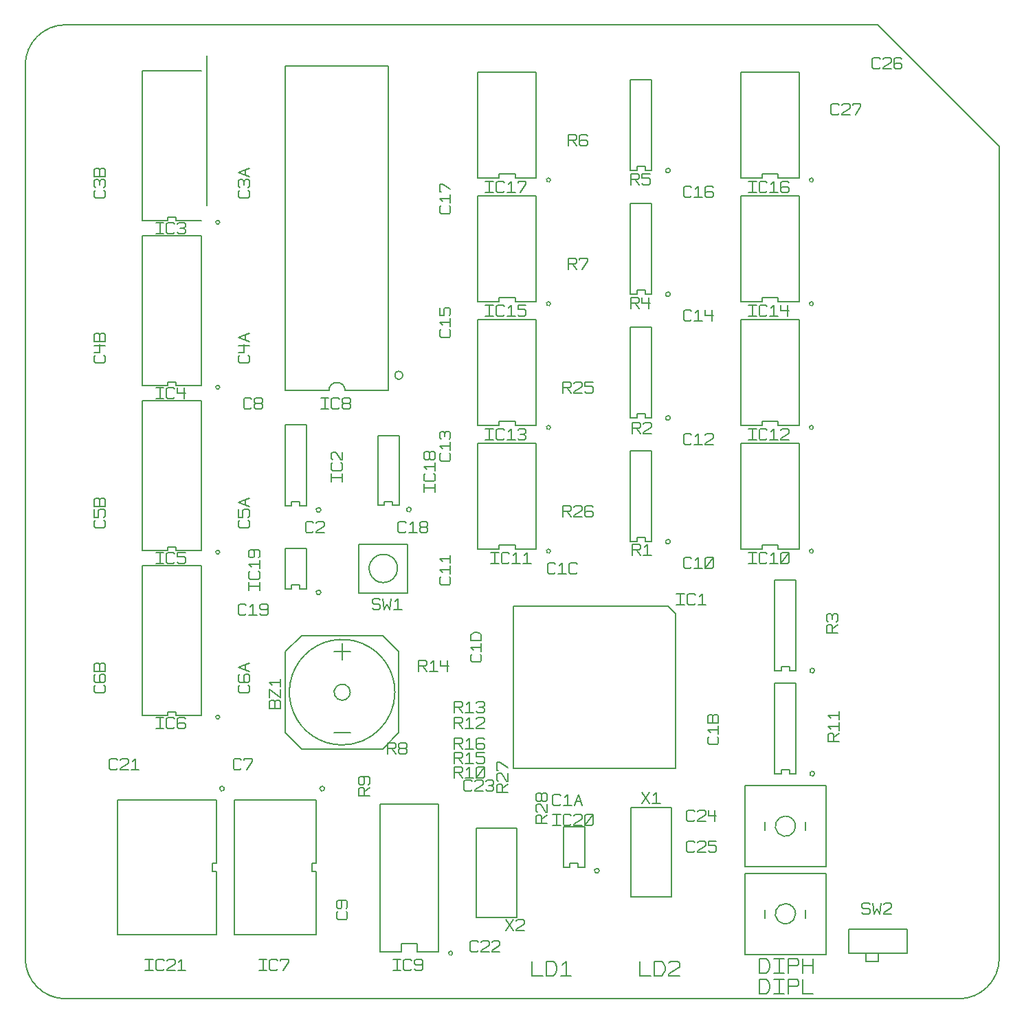
<source format=gbr>
G04 Generated by UcamX v1.1.0-140320 on 2014.6.05*
G04 Gerber PCB Data - Example 1, created by Filip Vermeire*
G04 Ucamco copyright*
%FSLAX35Y35*%
%MOMM*%
%TF.FileFunction,Legend,Top*%
%TF.Part,Single*%
%ADD10C,0.20000*%
%SRX1Y1I0.00000J0.00000*%
G01*
G75*
%LPD*%
D10*
X3404499Y4475498D02*
X4404497D01*
X4602498Y4277497D01*
Y3277499D01*
X4404497Y3079499D01*
X3404499D01*
X3206499Y3277499D01*
Y4277497D01*
X3404499Y4475498D01*
X4554500Y3777498D02*
G2X3904498Y3127496I-650002J0D01*
G2X4554500Y3777498I0J650002D01*
G1X3804499Y3277499D02*
X4004498D01*
X4004498Y3777498D02*
G2X3904498Y3677498I-100000J0D01*
G2X4004498Y3777498I0J100000D01*
G1X3804499Y4277497D02*
X4004498D01*
X3904498Y4377500D02*
Y4177498D01*
X9865497Y1626499D02*
X8865499D01*
X9365498Y2251499D02*
G2X9490499Y2126498I0J-125001D01*
G2X9365498Y2251499I-125001J0D01*
G1X9865497Y2626497D02*
X8865499D01*
X9865497Y546999D02*
X8865499D01*
X9365498Y1171999D02*
G2X9490499Y1046998I0J-125001D01*
G2X9365498Y1171999I-125001J0D01*
G1X9865497Y1546997D02*
X8865499D01*
X6015998Y4840999D02*
X7915999D01*
X8015999Y4740999D01*
Y2840998D01*
X6015998D01*
Y4840999D01*
X9684997Y5538999D02*
G2X9709996Y5514000I0J-24999D01*
G2X9684997Y5538999I-24999J0D01*
G1X9274998Y5540500D02*
Y5590500D01*
X9074999D01*
Y5540500D01*
X8814999D01*
Y6840497D01*
X9534998D01*
Y5540500D01*
X9274998D01*
X6446497Y5538999D02*
G2X6471496Y5514000I0J-24999D01*
G2X6446497Y5538999I-24999J0D01*
G1X6036498Y5540500D02*
Y5590500D01*
X5836499D01*
Y5540500D01*
X5576499D01*
Y6840497D01*
X6296498D01*
Y5540500D01*
X6036498D01*
X9684997Y7062999D02*
G2X9709999Y7037997I0J-25002D01*
G2X9684997Y7062999I-25002J0D01*
G1X9274998Y7064497D02*
Y7114497D01*
X9074999D01*
Y7064497D01*
X8814999D01*
Y8364497D01*
X9534998D01*
Y7064497D01*
X9274998D01*
X6446497Y7062999D02*
G2X6471499Y7037997I0J-25002D01*
G2X6446497Y7062999I-25002J0D01*
G1X6036498Y7064497D02*
Y7114497D01*
X5836499D01*
Y7064497D01*
X5576499D01*
Y8364497D01*
X6296498D01*
Y7064497D01*
X6036498D01*
X9684997Y8586999D02*
G2X9709999Y8561997I0J-25002D01*
G2X9684997Y8586999I-25002J0D01*
G1X9274998Y8588497D02*
Y8638497D01*
X9074999D01*
Y8588497D01*
X8814999D01*
Y9888497D01*
X9534998D01*
Y8588497D01*
X9274998D01*
X6446497Y8586999D02*
G2X6471499Y8561997I0J-25002D01*
G2X6446497Y8586999I-25002J0D01*
G1X6036498Y8588497D02*
Y8638497D01*
X5836499D01*
Y8588497D01*
X5576499D01*
Y9888497D01*
X6296498D01*
Y8588497D01*
X6036498D01*
X9684997Y10110999D02*
G2X9709999Y10085997I0J-25002D01*
G2X9684997Y10110999I-25002J0D01*
G1X9274998Y10112497D02*
Y10162497D01*
X9074999D01*
Y10112497D01*
X8814999D01*
Y11412497D01*
X9534998D01*
Y10112497D01*
X9274998D01*
X6446497Y10110999D02*
G2X6471499Y10085997I0J-25002D01*
G2X6446497Y10110999I-25002J0D01*
G1X6036498Y10112497D02*
Y10162497D01*
X5836499D01*
Y10112497D01*
X5576499D01*
Y11412497D01*
X6296498D01*
Y10112497D01*
X6036498D01*
X4725998Y6056999D02*
G2X4755998Y6026999I0J-30000D01*
G2X4725998Y6056999I-30000J0D01*
G1X4525998Y6127999D02*
Y6077999D01*
X4605998D01*
Y6937998D01*
X4345999D01*
Y6077999D01*
X4425999D01*
Y6127999D01*
X4525998D01*
X3612998Y5036000D02*
G2X3642998Y5006000I0J-30000D01*
G2X3612998Y5036000I-30000J0D01*
G1X3382998Y5051499D02*
Y5101499D01*
X3282999D01*
Y5051499D01*
X3202999D01*
Y5551498D01*
X3462998D01*
Y5051499D01*
X3382998D01*
X3612998Y6051997D02*
G2X3642998Y6021997I0J-30000D01*
G2X3612998Y6051997I-30000J0D01*
G1X3382998Y6121499D02*
X3282999D01*
Y6071499D01*
X3202999D01*
Y7071497D01*
X3462998D01*
Y6071499D01*
X3382998D01*
Y6121499D01*
X7041998Y1607000D02*
G2X7071998Y1577000I0J-30000D01*
G2X7041998Y1607000I-30000J0D01*
G1X6811998Y1622499D02*
Y1672499D01*
X6711999D01*
Y1622499D01*
X6631999D01*
Y2122498D01*
X6891998D01*
Y1622499D01*
X6811998D01*
X2395500Y2588499D02*
G2X2425500Y2618499I30000J0D01*
G2X2395500Y2588499I0J-30000D01*
G1X2355500Y788498D02*
X1135500D01*
Y2448499D01*
X2355500D01*
Y1668498D01*
X2305500D01*
Y1568499D01*
X2355500D01*
Y788498D01*
X2371499Y9590997D02*
G2X2396498Y9565998I0J-24999D01*
G2X2371499Y9590997I-24999J0D01*
G1X1443998Y9583499D02*
Y11433498D01*
X2173999D01*
X2234337Y11620338D02*
Y9770339D01*
X2173999Y9583499D02*
X1858998D01*
Y9633499D01*
X1758999D01*
Y9583499D01*
X1443998D01*
X2371499Y7558997D02*
G2X2396498Y7533998I0J-24999D01*
G2X2371499Y7558997I-24999J0D01*
G1X1443998Y7551499D02*
Y9401498D01*
X2173999D01*
Y7551499D01*
X1858998D01*
Y7601499D01*
X1758999D01*
Y7551499D01*
X1443998D01*
X2371499Y5527000D02*
G2X2396501Y5501998I0J-25002D01*
G2X2371499Y5527000I-25002J0D01*
G1X1443998Y5519499D02*
Y7369498D01*
X2173999D01*
Y5519499D01*
X1858998D01*
Y5569499D01*
X1758999D01*
Y5519499D01*
X1443998D01*
X2371499Y3495000D02*
G2X2396501Y3469998I0J-25002D01*
G2X2371499Y3495000I-25002J0D01*
G1X1443998Y3487499D02*
Y5337498D01*
X2173999D01*
Y3487499D01*
X1858998D01*
Y3537499D01*
X1758999D01*
Y3487499D01*
X1443998D01*
X3629000Y2588499D02*
G2X3659000Y2618499I30000J0D01*
G2X3629000Y2588499I0J-30000D01*
G1X3583999Y1668498D02*
X3533999D01*
Y1568499D01*
X3583999D01*
Y788498D01*
X2573998D01*
Y2448499D01*
X3583999D01*
Y1668498D01*
X4475998Y11492497D02*
Y7492497D01*
X3940998D01*
G3X3740999Y7492497I-100000J0D01*
G1X3205998D01*
Y11492497D01*
X4475998D01*
X4602998Y7731499D02*
G2X4652998Y7681499I0J-50000D01*
G2X4602998Y7731499I-50000J0D01*
G1X5240000Y585999D02*
G2X5264999Y561000I0J-24999D01*
G2X5240000Y585999I-24999J0D01*
G1X4629999Y581498D02*
X4369999D01*
Y2401499D01*
X5089998D01*
Y581498D01*
X4829998D01*
Y681497D01*
X4629999D01*
Y581498D01*
X7917498Y5660499D02*
G2X7947497Y5630500I0J-29999D01*
G2X7917498Y5660499I-29999J0D01*
G1X7537499Y5630500D02*
X7457499D01*
Y6750497D01*
X7717498D01*
Y5630500D01*
X7637498D01*
Y5680499D01*
X7537499D01*
Y5630500D01*
X9695498Y2802999D02*
G2X9725497Y2773000I0J-29999D01*
G2X9695498Y2802999I-29999J0D01*
G1X9315499Y2773000D02*
X9235499D01*
Y3893000D01*
X9495498D01*
Y2773000D01*
X9415498D01*
Y2822999D01*
X9315499D01*
Y2773000D01*
X7917498Y7184497D02*
G2X7947498Y7154497I0J-30000D01*
G2X7917498Y7184497I-30000J0D01*
G1X7537499Y7154497D02*
X7457499D01*
Y8274497D01*
X7717498D01*
Y7154497D01*
X7637498D01*
Y7204497D01*
X7537499D01*
Y7154497D01*
X9695498Y4072999D02*
G2X9725497Y4043000I0J-29999D01*
G2X9695498Y4072999I-29999J0D01*
G1X9315499Y4043000D02*
X9235499D01*
Y5163000D01*
X9495498D01*
Y4043000D01*
X9415498D01*
Y4092999D01*
X9315499D01*
Y4043000D01*
X7917498Y8708497D02*
G2X7947498Y8678497I0J-30000D01*
G2X7917498Y8708497I-30000J0D01*
G1X7537499Y8678497D02*
X7457499D01*
Y9798497D01*
X7717498D01*
Y8678497D01*
X7637498D01*
Y8728497D01*
X7537499D01*
Y8678497D01*
X7917498Y10232497D02*
G2X7947498Y10202497I0J-30000D01*
G2X7917498Y10232497I-30000J0D01*
G1X7537499Y10202497D02*
X7457499D01*
Y11322497D01*
X7717498D01*
Y10202497D01*
X7637498D01*
Y10252497D01*
X7537499D01*
Y10202497D01*
X4112499Y5001499D02*
Y5601498D01*
X4712498D01*
Y5001499D01*
X4112499D01*
X4587499Y5301498D02*
G2X4412498Y5126497I-175001J0D01*
G2X4587499Y5301498I0J175001D01*
G1X10868498Y859999D02*
Y559999D01*
X10148499D01*
Y859999D01*
X10508498Y559999D02*
Y459999D01*
X10358499D01*
Y559999D01*
X10508498D01*
X7964498Y2359000D02*
X7464499D01*
X7964498Y1259000D02*
X7464499D01*
X6059498Y2105000D02*
X5559499D01*
X6059498Y1005000D02*
X5559499D01*
X10148500Y860000D02*
X10868500D01*
X9865500Y2626500D02*
Y1626500D01*
X8865500Y2626500D02*
Y1626500D01*
X8865500Y1547000D02*
Y547000D01*
X9865500Y1547000D02*
Y547000D01*
X5559500Y2105000D02*
Y1005000D01*
X6059500Y2105000D02*
Y1005000D01*
X7464500Y2359000D02*
Y1259000D01*
X7964500Y2359000D02*
Y1259000D01*
X3142498Y3577971D02*
X3009479D01*
Y3660046D01*
X3026461Y3677026D01*
X3060423D01*
X3075989Y3660046D01*
X3092971Y3677026D01*
X3126933D01*
X3142498Y3660046D01*
Y3577971D01*
X3075989Y3577971D02*
Y3660046D01*
X3009479Y3710989D02*
Y3810046D01*
X3142498Y3710989D01*
Y3810046D01*
X3142498Y3844008D02*
Y3943066D01*
X3142498Y3893536D02*
X3009479D01*
X3043441Y3859573D01*
X8210926Y5317064D02*
X8193946Y5301498D01*
X8127436D01*
X8111871Y5317064D01*
Y5417536D01*
X8127436Y5434518D01*
X8193946D01*
X8210926Y5417536D01*
X8244889Y5301498D02*
X8343946D01*
X8294416Y5301498D02*
Y5434518D01*
X8260454Y5400556D01*
X8377908Y5317064D02*
Y5417536D01*
X8393473Y5434518D01*
X8459983D01*
X8476963Y5417536D01*
Y5317064D01*
X8459983Y5301498D01*
X8393473D01*
X8377908Y5317064D01*
X8377908Y5301498D02*
X8476963Y5434518D01*
X5222433Y5201026D02*
X5237998Y5184046D01*
Y5117536D01*
X5222433Y5101971D01*
X5121961D01*
X5104979Y5117536D01*
Y5184046D01*
X5121961Y5201026D01*
X5237998Y5234989D02*
Y5334046D01*
X5237998Y5284519D02*
X5104979D01*
X5138941Y5250556D01*
X5237998Y5368008D02*
Y5467066D01*
X5237998Y5417536D02*
X5104979D01*
X5138941Y5383573D01*
X8210926Y6841064D02*
X8193946Y6825498D01*
X8127436D01*
X8111871Y6841064D01*
Y6941536D01*
X8127436Y6958518D01*
X8193946D01*
X8210926Y6941536D01*
X8244889Y6825498D02*
X8343946D01*
X8294416Y6825498D02*
Y6958518D01*
X8260454Y6924556D01*
X8377908Y6941536D02*
X8393473Y6958518D01*
X8459983D01*
X8476963Y6941536D01*
Y6907573D01*
X8459983Y6892008D01*
X8377908Y6841064D01*
Y6825498D01*
X8476963D01*
X5222433Y6725026D02*
X5237998Y6708046D01*
Y6641536D01*
X5222433Y6625971D01*
X5121961D01*
X5104979Y6641536D01*
Y6708046D01*
X5121961Y6725026D01*
X5237998Y6758989D02*
Y6858046D01*
X5237998Y6808516D02*
X5104979D01*
X5138941Y6774554D01*
X5121961Y6892008D02*
X5104979Y6907573D01*
Y6974083D01*
X5121961Y6991063D01*
X5155923D01*
X5171489Y6958518D01*
X5188471Y6991063D01*
X5222433D01*
X5237998Y6974083D01*
Y6907573D01*
X5222433Y6892008D01*
X5171489Y6924556D02*
Y6958518D01*
X8210926Y8365064D02*
X8193946Y8349498D01*
X8127436D01*
X8111871Y8365064D01*
Y8465536D01*
X8127436Y8482518D01*
X8193946D01*
X8210926Y8465536D01*
X8244889Y8349498D02*
X8343946D01*
X8294416Y8349498D02*
Y8482518D01*
X8260454Y8448556D01*
X8377908Y8482518D02*
Y8416008D01*
X8476963D01*
X8459983Y8482518D02*
Y8349498D01*
X5222433Y8249026D02*
X5237998Y8232046D01*
Y8165536D01*
X5222433Y8149971D01*
X5121961D01*
X5104979Y8165536D01*
Y8232046D01*
X5121961Y8249026D01*
X5237998Y8282989D02*
Y8382046D01*
X5237998Y8332516D02*
X5104979D01*
X5138941Y8298554D01*
X5222433Y8416008D02*
X5237998Y8431573D01*
Y8498083D01*
X5222433Y8515063D01*
X5171489D01*
X5155923Y8498083D01*
Y8416008D01*
X5104979D01*
Y8515063D01*
X8210926Y9889064D02*
X8193946Y9873498D01*
X8127436D01*
X8111871Y9889064D01*
Y9989536D01*
X8127436Y10006518D01*
X8193946D01*
X8210926Y9989536D01*
X8244889Y9873498D02*
X8343946D01*
X8294416Y9873498D02*
Y10006518D01*
X8260454Y9972556D01*
X8476963Y9989536D02*
X8459983Y10006518D01*
X8393473D01*
X8377908Y9989536D01*
Y9889064D01*
X8393473Y9873498D01*
X8459983D01*
X8476963Y9889064D01*
Y9923026D01*
X8459983Y9940008D01*
X8393473D01*
X8377908Y9923026D01*
X5222433Y9773026D02*
X5237998Y9756046D01*
Y9689536D01*
X5222433Y9673971D01*
X5121961D01*
X5104979Y9689536D01*
Y9756046D01*
X5121961Y9773026D01*
X5237998Y9806989D02*
Y9906046D01*
X5237998Y9856516D02*
X5104979D01*
X5138941Y9822554D01*
X5121961Y9940008D02*
X5104979D01*
Y10039063D01*
X5138941D01*
X5237998Y9972556D01*
X4693026Y5761564D02*
X4676046Y5745998D01*
X4609536D01*
X4593971Y5761564D01*
Y5862036D01*
X4609536Y5879018D01*
X4676046D01*
X4693026Y5862036D01*
X4726989Y5745998D02*
X4826046D01*
X4776519Y5745998D02*
Y5879018D01*
X4742556Y5845056D01*
X4875573Y5812508D02*
X4860008Y5795526D01*
Y5761564D01*
X4875573Y5745998D01*
X4942083D01*
X4959066Y5761564D01*
Y5795526D01*
X4942083Y5812508D01*
X4875573D01*
X4860008Y5828073D01*
Y5862036D01*
X4875573Y5879018D01*
X4942083D01*
X4959066Y5862036D01*
Y5828073D01*
X4942083Y5812508D01*
X2724526Y4745564D02*
X2707546Y4729998D01*
X2641036D01*
X2625471Y4745564D01*
Y4846036D01*
X2641036Y4863018D01*
X2707546D01*
X2724526Y4846036D01*
X2758489Y4729998D02*
X2857546D01*
X2808019Y4729998D02*
Y4863018D01*
X2774056Y4829056D01*
X2891508Y4745564D02*
X2907073Y4729998D01*
X2973583D01*
X2990566Y4745564D01*
Y4846036D01*
X2973583Y4863018D01*
X2907073D01*
X2891508Y4846036D01*
Y4812073D01*
X2907073Y4796508D01*
X2973583D01*
X2990566Y4812073D01*
X6598026Y2396064D02*
X6581046Y2380498D01*
X6514536D01*
X6498971Y2396064D01*
Y2496536D01*
X6514536Y2513518D01*
X6581046D01*
X6598026Y2496536D01*
X6631989Y2380498D02*
X6731046D01*
X6681516Y2380498D02*
Y2513518D01*
X6647554Y2479556D01*
X6765008Y2380498D02*
X6780573Y2430026D01*
X6814536Y2513518D01*
X6847083Y2430026D01*
X6864063Y2380498D01*
X6847083Y2430026D02*
X6780573D01*
X8524433Y3232526D02*
X8539998Y3215546D01*
Y3149036D01*
X8524433Y3133471D01*
X8423961D01*
X8406979Y3149036D01*
Y3215546D01*
X8423961Y3232526D01*
X8539998Y3266489D02*
Y3365546D01*
X8539998Y3316019D02*
X8406979D01*
X8440941Y3282056D01*
X8539998Y3399508D02*
X8406979D01*
Y3481583D01*
X8423961Y3498566D01*
X8457923D01*
X8473489Y3481583D01*
X8490471Y3498566D01*
X8524433D01*
X8539998Y3481583D01*
Y3399508D01*
X8473489Y3399508D02*
Y3481583D01*
X6534526Y5253564D02*
X6517546Y5237998D01*
X6451036D01*
X6435471Y5253564D01*
Y5354036D01*
X6451036Y5371018D01*
X6517546D01*
X6534526Y5354036D01*
X6568489Y5237998D02*
X6667546D01*
X6618016Y5237998D02*
Y5371018D01*
X6584054Y5337056D01*
X6800563Y5253564D02*
X6783583Y5237998D01*
X6717073D01*
X6701508Y5253564D01*
Y5354036D01*
X6717073Y5371018D01*
X6783583D01*
X6800563Y5354036D01*
X5603433Y4248526D02*
X5618998Y4231546D01*
Y4165036D01*
X5603433Y4149471D01*
X5502961D01*
X5485979Y4165036D01*
Y4231546D01*
X5502961Y4248526D01*
X5618998Y4282489D02*
Y4381546D01*
X5618998Y4332019D02*
X5485979D01*
X5519941Y4298056D01*
X5618998Y4415508D02*
X5485979D01*
Y4482018D01*
X5502961Y4497583D01*
X5536923Y4514566D01*
X5569471D01*
X5603433Y4497583D01*
X5618998Y4482018D01*
Y4415508D01*
X3553036Y5761564D02*
X3536056Y5745998D01*
X3469546D01*
X3453979Y5761564D01*
Y5862036D01*
X3469546Y5879018D01*
X3536056D01*
X3553036Y5862036D01*
X3586998Y5862036D02*
X3602564Y5879018D01*
X3669073D01*
X3686056Y5862036D01*
Y5828073D01*
X3669073Y5812508D01*
X3586998Y5761564D01*
Y5745998D01*
X3686056D01*
X1137026Y2840564D02*
X1120046Y2824998D01*
X1053536D01*
X1037971Y2840564D01*
Y2941036D01*
X1053536Y2958018D01*
X1120046D01*
X1137026Y2941036D01*
X1170989Y2941036D02*
X1186556Y2958018D01*
X1253064D01*
X1270046Y2941036D01*
Y2907073D01*
X1253064Y2891508D01*
X1170989Y2840564D01*
Y2824998D01*
X1270046D01*
X1304008Y2824998D02*
X1403066D01*
X1353536Y2824998D02*
Y2958018D01*
X1319573Y2924056D01*
X5582026Y592664D02*
X5565046Y577098D01*
X5498536D01*
X5482971Y592664D01*
Y693136D01*
X5498536Y710118D01*
X5565046D01*
X5582026Y693136D01*
X5615989Y693136D02*
X5631556Y710118D01*
X5698064D01*
X5715046Y693136D01*
Y659173D01*
X5698064Y643608D01*
X5615989Y592664D01*
Y577098D01*
X5715046D01*
X5749008Y693136D02*
X5764573Y710118D01*
X5831083D01*
X5848066Y693136D01*
Y659173D01*
X5831083Y643608D01*
X5749008Y592664D01*
Y577098D01*
X5848066D01*
X5505826Y2573864D02*
X5488846Y2558298D01*
X5422336D01*
X5406771Y2573864D01*
Y2674336D01*
X5422336Y2691318D01*
X5488846D01*
X5505826Y2674336D01*
X5539789Y2674336D02*
X5555356Y2691318D01*
X5621864D01*
X5638846Y2674336D01*
Y2640373D01*
X5621864Y2624808D01*
X5539789Y2573864D01*
Y2558298D01*
X5638846D01*
X5672808Y2674336D02*
X5688373Y2691318D01*
X5754883D01*
X5771866Y2674336D01*
Y2640373D01*
X5739318Y2624808D01*
X5771866Y2607826D01*
Y2573864D01*
X5754883Y2558298D01*
X5688373D01*
X5672808Y2573864D01*
X5705356Y2624808D02*
X5739318D01*
X8249026Y2205564D02*
X8232046Y2189998D01*
X8165536D01*
X8149971Y2205564D01*
Y2306036D01*
X8165536Y2323018D01*
X8232046D01*
X8249026Y2306036D01*
X8282989Y2306036D02*
X8298554Y2323018D01*
X8365064D01*
X8382046Y2306036D01*
Y2272073D01*
X8365064Y2256508D01*
X8282989Y2205564D01*
Y2189998D01*
X8382046D01*
X8416008Y2323018D02*
Y2256508D01*
X8515063D01*
X8498083Y2323018D02*
Y2189998D01*
X8249026Y1824564D02*
X8232046Y1808998D01*
X8165536D01*
X8149971Y1824564D01*
Y1925036D01*
X8165536Y1942018D01*
X8232046D01*
X8249026Y1925036D01*
X8282989Y1925036D02*
X8298554Y1942018D01*
X8365064D01*
X8382046Y1925036D01*
Y1891073D01*
X8365064Y1875508D01*
X8282989Y1824564D01*
Y1808998D01*
X8382046D01*
X8416008Y1824564D02*
X8431573Y1808998D01*
X8498083D01*
X8515063Y1824564D01*
Y1875508D01*
X8498083Y1891073D01*
X8416008D01*
Y1942018D01*
X8515063D01*
X10535026Y11476564D02*
X10518046Y11460998D01*
X10451536D01*
X10435971Y11476564D01*
Y11577036D01*
X10451536Y11594018D01*
X10518046D01*
X10535026Y11577036D01*
X10568989Y11577036D02*
X10584554Y11594018D01*
X10651064D01*
X10668046Y11577036D01*
Y11543073D01*
X10651064Y11527508D01*
X10568989Y11476564D01*
Y11460998D01*
X10668046D01*
X10801063Y11577036D02*
X10784083Y11594018D01*
X10717573D01*
X10702008Y11577036D01*
Y11476564D01*
X10717573Y11460998D01*
X10784083D01*
X10801063Y11476564D01*
Y11510526D01*
X10784083Y11527508D01*
X10717573D01*
X10702008Y11510526D01*
X10027026Y10905064D02*
X10010046Y10889498D01*
X9943536D01*
X9927971Y10905064D01*
Y11005536D01*
X9943536Y11022518D01*
X10010046D01*
X10027026Y11005536D01*
X10060989Y11005536D02*
X10076554Y11022518D01*
X10143064D01*
X10160046Y11005536D01*
Y10971573D01*
X10143064Y10956008D01*
X10060989Y10905064D01*
Y10889498D01*
X10160046D01*
X10194008Y11005536D02*
Y11022518D01*
X10293063D01*
Y10988556D01*
X10226556Y10889498D01*
X2745933Y9963526D02*
X2761498Y9946546D01*
Y9880036D01*
X2745933Y9864471D01*
X2645461D01*
X2628479Y9880036D01*
Y9946546D01*
X2645461Y9963526D01*
X2645461Y9997489D02*
X2628479Y10013054D01*
Y10079564D01*
X2645461Y10096546D01*
X2679423D01*
X2694989Y10063998D01*
X2711971Y10096546D01*
X2745933D01*
X2761498Y10079564D01*
Y10013054D01*
X2745933Y9997489D01*
X2694989Y10030036D02*
Y10063998D01*
X2761498Y10130508D02*
X2711971Y10146073D01*
X2628479Y10180036D01*
X2711971Y10212583D01*
X2761498Y10229563D01*
X2711971Y10212583D02*
Y10146073D01*
X967933Y9963526D02*
X983498Y9946546D01*
Y9880036D01*
X967933Y9864471D01*
X867461D01*
X850479Y9880036D01*
Y9946546D01*
X867461Y9963526D01*
X867461Y9997489D02*
X850479Y10013054D01*
Y10079564D01*
X867461Y10096546D01*
X901423D01*
X916989Y10063998D01*
X933971Y10096546D01*
X967933D01*
X983498Y10079564D01*
Y10013054D01*
X967933Y9997489D01*
X916989Y10030036D02*
Y10063998D01*
X983498Y10130508D02*
X850479D01*
Y10212583D01*
X867461Y10229563D01*
X901423D01*
X916989Y10212583D01*
X933971Y10229563D01*
X967933D01*
X983498Y10212583D01*
Y10130508D01*
X916989Y10130508D02*
Y10212583D01*
X2745933Y7931526D02*
X2761498Y7914546D01*
Y7848036D01*
X2745933Y7832471D01*
X2645461D01*
X2628479Y7848036D01*
Y7914546D01*
X2645461Y7931526D01*
X2628479Y7965489D02*
X2694989D01*
Y8064546D01*
X2628479Y8047564D02*
X2761498D01*
X2761498Y8098508D02*
X2711971Y8114073D01*
X2628479Y8148036D01*
X2711971Y8180583D01*
X2761498Y8197563D01*
X2711971Y8180583D02*
Y8114073D01*
X967933Y7931526D02*
X983498Y7914546D01*
Y7848036D01*
X967933Y7832471D01*
X867461D01*
X850479Y7848036D01*
Y7914546D01*
X867461Y7931526D01*
X850479Y7965489D02*
X916989D01*
Y8064546D01*
X850479Y8047564D02*
X983498D01*
X983498Y8098508D02*
X850479D01*
Y8180583D01*
X867461Y8197563D01*
X901423D01*
X916989Y8180583D01*
X933971Y8197563D01*
X967933D01*
X983498Y8180583D01*
Y8098508D01*
X916989Y8098508D02*
Y8180583D01*
X2745933Y5899526D02*
X2761498Y5882546D01*
Y5816036D01*
X2745933Y5800471D01*
X2645461D01*
X2628479Y5816036D01*
Y5882546D01*
X2645461Y5899526D01*
X2745933Y5933489D02*
X2761498Y5949056D01*
Y6015564D01*
X2745933Y6032546D01*
X2694989D01*
X2679423Y6015564D01*
Y5933489D01*
X2628479D01*
Y6032546D01*
X2761498Y6066508D02*
X2711971Y6082073D01*
X2628479Y6116036D01*
X2711971Y6148583D01*
X2761498Y6165563D01*
X2711971Y6148583D02*
Y6082073D01*
X967933Y5899526D02*
X983498Y5882546D01*
Y5816036D01*
X967933Y5800471D01*
X867461D01*
X850479Y5816036D01*
Y5882546D01*
X867461Y5899526D01*
X967933Y5933489D02*
X983498Y5949056D01*
Y6015564D01*
X967933Y6032546D01*
X916989D01*
X901423Y6015564D01*
Y5933489D01*
X850479D01*
Y6032546D01*
X983498Y6066508D02*
X850479D01*
Y6148583D01*
X867461Y6165563D01*
X901423D01*
X916989Y6148583D01*
X933971Y6165563D01*
X967933D01*
X983498Y6148583D01*
Y6066508D01*
X916989Y6066508D02*
Y6148583D01*
X2745933Y3867526D02*
X2761498Y3850546D01*
Y3784036D01*
X2745933Y3768471D01*
X2645461D01*
X2628479Y3784036D01*
Y3850546D01*
X2645461Y3867526D01*
X2645461Y4000546D02*
X2628479Y3983564D01*
Y3917056D01*
X2645461Y3901489D01*
X2745933D01*
X2761498Y3917056D01*
Y3983564D01*
X2745933Y4000546D01*
X2711971D01*
X2694989Y3983564D01*
Y3917056D01*
X2711971Y3901489D01*
X2761498Y4034508D02*
X2711971Y4050073D01*
X2628479Y4084036D01*
X2711971Y4116583D01*
X2761498Y4133566D01*
X2711971Y4116583D02*
Y4050073D01*
X967933Y3867526D02*
X983498Y3850546D01*
Y3784036D01*
X967933Y3768471D01*
X867461D01*
X850479Y3784036D01*
Y3850546D01*
X867461Y3867526D01*
X867461Y4000546D02*
X850479Y3983564D01*
Y3917056D01*
X867461Y3901489D01*
X967933D01*
X983498Y3917056D01*
Y3983564D01*
X967933Y4000546D01*
X933971D01*
X916989Y3983564D01*
Y3917056D01*
X933971Y3901489D01*
X983498Y4034508D02*
X850479D01*
Y4116583D01*
X867461Y4133566D01*
X901423D01*
X916989Y4116583D01*
X933971Y4133566D01*
X967933D01*
X983498Y4116583D01*
Y4034508D01*
X916989Y4034508D02*
Y4116583D01*
X2664036Y2840564D02*
X2647056Y2824998D01*
X2580546D01*
X2564979Y2840564D01*
Y2941036D01*
X2580546Y2958018D01*
X2647056D01*
X2664036Y2941036D01*
X2697998Y2941036D02*
Y2958018D01*
X2797056D01*
Y2924056D01*
X2730546Y2824998D01*
X2791036Y7285564D02*
X2774056Y7269998D01*
X2707546D01*
X2691979Y7285564D01*
Y7386036D01*
X2707546Y7403018D01*
X2774056D01*
X2791036Y7386036D01*
X2840564Y7336508D02*
X2824998Y7319526D01*
Y7285564D01*
X2840564Y7269998D01*
X2907073D01*
X2924056Y7285564D01*
Y7319526D01*
X2907073Y7336508D01*
X2840564D01*
X2824998Y7352073D01*
Y7386036D01*
X2840564Y7403018D01*
X2907073D01*
X2924056Y7386036D01*
Y7352073D01*
X2907073Y7336508D01*
X3952433Y1076536D02*
X3967998Y1059556D01*
Y993046D01*
X3952433Y977479D01*
X3851961D01*
X3834979Y993046D01*
Y1059556D01*
X3851961Y1076536D01*
X3952433Y1110498D02*
X3967998Y1126064D01*
Y1192573D01*
X3952433Y1209556D01*
X3851961D01*
X3834979Y1192573D01*
Y1126064D01*
X3851961Y1110498D01*
X3885923D01*
X3901489Y1126064D01*
Y1192573D01*
X3885923Y1209556D01*
X8022971Y4856998D02*
X8122026D01*
X8022971Y4990018D02*
X8122026D01*
X8072499Y4990018D02*
Y4856998D01*
X8255046Y4872564D02*
X8238064Y4856998D01*
X8171554D01*
X8155989Y4872564D01*
Y4973036D01*
X8171554Y4990018D01*
X8238064D01*
X8255046Y4973036D01*
X8289008Y4856998D02*
X8388063D01*
X8338536Y4856998D02*
Y4990018D01*
X8304573Y4956056D01*
X8908961Y5364998D02*
X9008016D01*
X8908961Y5498018D02*
X9008016D01*
X8958489Y5498018D02*
Y5364998D01*
X9141036Y5380564D02*
X9124054Y5364998D01*
X9057546D01*
X9041979Y5380564D01*
Y5481036D01*
X9057546Y5498018D01*
X9124054D01*
X9141036Y5481036D01*
X9174998Y5364998D02*
X9274056D01*
X9224526Y5364998D02*
Y5498018D01*
X9190564Y5464056D01*
X9308018Y5380564D02*
Y5481036D01*
X9323583Y5498018D01*
X9390093D01*
X9407073Y5481036D01*
Y5380564D01*
X9390093Y5364998D01*
X9323583D01*
X9308018Y5380564D01*
X9308018Y5364998D02*
X9407073Y5498018D01*
X5733961Y5364998D02*
X5833019D01*
X5733961Y5498018D02*
X5833019D01*
X5783489Y5498018D02*
Y5364998D01*
X5966036Y5380564D02*
X5949056Y5364998D01*
X5882546D01*
X5866979Y5380564D01*
Y5481036D01*
X5882546Y5498018D01*
X5949056D01*
X5966036Y5481036D01*
X5999998Y5364998D02*
X6099056D01*
X6049526Y5364998D02*
Y5498018D01*
X6015564Y5464056D01*
X6133018Y5364998D02*
X6232073D01*
X6182546Y5364998D02*
Y5498018D01*
X6148583Y5464056D01*
X8908961Y6888998D02*
X9008016D01*
X8908961Y7022018D02*
X9008016D01*
X8958489Y7022018D02*
Y6888998D01*
X9141036Y6904564D02*
X9124054Y6888998D01*
X9057546D01*
X9041979Y6904564D01*
Y7005036D01*
X9057546Y7022018D01*
X9124054D01*
X9141036Y7005036D01*
X9174998Y6888998D02*
X9274056D01*
X9224526Y6888998D02*
Y7022018D01*
X9190564Y6988056D01*
X9308018Y7005036D02*
X9323583Y7022018D01*
X9390093D01*
X9407073Y7005036D01*
Y6971073D01*
X9390093Y6955508D01*
X9308018Y6904564D01*
Y6888998D01*
X9407073D01*
X5670461Y6888998D02*
X5769519D01*
X5670461Y7022018D02*
X5769519D01*
X5719989Y7022018D02*
Y6888998D01*
X5902536Y6904564D02*
X5885556Y6888998D01*
X5819046D01*
X5803479Y6904564D01*
Y7005036D01*
X5819046Y7022018D01*
X5885556D01*
X5902536Y7005036D01*
X5936498Y6888998D02*
X6035556D01*
X5986028Y6888998D02*
Y7022018D01*
X5952064Y6988056D01*
X6069518Y7005036D02*
X6085083Y7022018D01*
X6151593D01*
X6168573Y7005036D01*
Y6971073D01*
X6136026Y6955508D01*
X6168573Y6938526D01*
Y6904564D01*
X6151593Y6888998D01*
X6085083D01*
X6069518Y6904564D01*
X6102066Y6955508D02*
X6136026D01*
X8908961Y8412998D02*
X9008016D01*
X8908961Y8546018D02*
X9008016D01*
X8958489Y8546018D02*
Y8412998D01*
X9141036Y8428564D02*
X9124054Y8412998D01*
X9057546D01*
X9041979Y8428564D01*
Y8529036D01*
X9057546Y8546018D01*
X9124054D01*
X9141036Y8529036D01*
X9174998Y8412998D02*
X9274056D01*
X9224526Y8412998D02*
Y8546018D01*
X9190564Y8512056D01*
X9308018Y8546018D02*
Y8479508D01*
X9407073D01*
X9390093Y8546018D02*
Y8412998D01*
X5670461Y8412998D02*
X5769519D01*
X5670461Y8546018D02*
X5769519D01*
X5719989Y8546018D02*
Y8412998D01*
X5902536Y8428564D02*
X5885556Y8412998D01*
X5819046D01*
X5803479Y8428564D01*
Y8529036D01*
X5819046Y8546018D01*
X5885556D01*
X5902536Y8529036D01*
X5936498Y8412998D02*
X6035556D01*
X5986028Y8412998D02*
Y8546018D01*
X5952064Y8512056D01*
X6069518Y8428564D02*
X6085083Y8412998D01*
X6151593D01*
X6168573Y8428564D01*
Y8479508D01*
X6151593Y8495073D01*
X6069518D01*
Y8546018D01*
X6168573D01*
X8908961Y9936998D02*
X9008016D01*
X8908961Y10070018D02*
X9008016D01*
X8958489Y10070018D02*
Y9936998D01*
X9141036Y9952564D02*
X9124054Y9936998D01*
X9057546D01*
X9041979Y9952564D01*
Y10053036D01*
X9057546Y10070018D01*
X9124054D01*
X9141036Y10053036D01*
X9174998Y9936998D02*
X9274056D01*
X9224526Y9936998D02*
Y10070018D01*
X9190564Y10036056D01*
X9407073Y10053036D02*
X9390093Y10070018D01*
X9323583D01*
X9308018Y10053036D01*
Y9952564D01*
X9323583Y9936998D01*
X9390093D01*
X9407073Y9952564D01*
Y9986526D01*
X9390093Y10003508D01*
X9323583D01*
X9308018Y9986526D01*
X5670461Y9936998D02*
X5769519D01*
X5670461Y10070018D02*
X5769519D01*
X5719989Y10070018D02*
Y9936998D01*
X5902536Y9952564D02*
X5885556Y9936998D01*
X5819046D01*
X5803479Y9952564D01*
Y10053036D01*
X5819046Y10070018D01*
X5885556D01*
X5902536Y10053036D01*
X5936498Y9936998D02*
X6035556D01*
X5986028Y9936998D02*
Y10070018D01*
X5952064Y10036056D01*
X6069518Y10053036D02*
Y10070018D01*
X6168573D01*
Y10036056D01*
X6102066Y9936998D01*
X5047498Y6241961D02*
Y6341016D01*
X4914479Y6241961D02*
Y6341016D01*
X4914479Y6291489D02*
X5047498D01*
X5031933Y6474036D02*
X5047498Y6457054D01*
Y6390546D01*
X5031933Y6374979D01*
X4931461D01*
X4914479Y6390546D01*
Y6457054D01*
X4931461Y6474036D01*
X5047498Y6507998D02*
Y6607056D01*
X5047498Y6557526D02*
X4914479D01*
X4948441Y6523564D01*
X4980989Y6656583D02*
X4997971Y6641018D01*
X5031933D01*
X5047498Y6656583D01*
Y6723093D01*
X5031933Y6740073D01*
X4997971D01*
X4980989Y6723093D01*
Y6656583D01*
X4965423Y6641018D01*
X4931461D01*
X4914479Y6656583D01*
Y6723093D01*
X4931461Y6740073D01*
X4965423D01*
X4980989Y6723093D01*
X2888498Y5035461D02*
Y5134519D01*
X2755479Y5035461D02*
Y5134519D01*
X2755479Y5084989D02*
X2888498D01*
X2872933Y5267536D02*
X2888498Y5250556D01*
Y5184046D01*
X2872933Y5168479D01*
X2772461D01*
X2755479Y5184046D01*
Y5250556D01*
X2772461Y5267536D01*
X2888498Y5301498D02*
Y5400556D01*
X2888498Y5351028D02*
X2755479D01*
X2789441Y5317064D01*
X2872933Y5434518D02*
X2888498Y5450083D01*
Y5516593D01*
X2872933Y5533573D01*
X2772461D01*
X2755479Y5516593D01*
Y5450083D01*
X2772461Y5434518D01*
X2806423D01*
X2821989Y5450083D01*
Y5516593D01*
X2806423Y5533573D01*
X3904498Y6371971D02*
Y6471026D01*
X3771479Y6371971D02*
Y6471026D01*
X3771479Y6421499D02*
X3904498D01*
X3888933Y6604046D02*
X3904498Y6587064D01*
Y6520554D01*
X3888933Y6504989D01*
X3788461D01*
X3771479Y6520554D01*
Y6587064D01*
X3788461Y6604046D01*
X3788461Y6638008D02*
X3771479Y6653573D01*
Y6720083D01*
X3788461Y6737063D01*
X3822423D01*
X3837989Y6720083D01*
X3888933Y6638008D01*
X3904498D01*
Y6737063D01*
X6495961Y2139198D02*
X6595016D01*
X6495961Y2272218D02*
X6595016D01*
X6545489Y2272218D02*
Y2139198D01*
X6728036Y2154764D02*
X6711054Y2139198D01*
X6644546D01*
X6628979Y2154764D01*
Y2255236D01*
X6644546Y2272218D01*
X6711054D01*
X6728036Y2255236D01*
X6761998Y2255236D02*
X6777564Y2272218D01*
X6844073D01*
X6861056Y2255236D01*
Y2221273D01*
X6844073Y2205708D01*
X6761998Y2154764D01*
Y2139198D01*
X6861056D01*
X6895018Y2154764D02*
Y2255236D01*
X6910583Y2272218D01*
X6977093D01*
X6994073Y2255236D01*
Y2154764D01*
X6977093Y2139198D01*
X6910583D01*
X6895018Y2154764D01*
X6895018Y2139198D02*
X6994073Y2272218D01*
X1479461Y348498D02*
X1578519D01*
X1479461Y481518D02*
X1578519D01*
X1528989Y481518D02*
Y348498D01*
X1711536Y364064D02*
X1694556Y348498D01*
X1628046D01*
X1612479Y364064D01*
Y464536D01*
X1628046Y481518D01*
X1694556D01*
X1711536Y464536D01*
X1745498Y464536D02*
X1761064Y481518D01*
X1827573D01*
X1844556Y464536D01*
Y430573D01*
X1827573Y415008D01*
X1745498Y364064D01*
Y348498D01*
X1844556D01*
X1878518Y348498D02*
X1977573D01*
X1928046Y348498D02*
Y481518D01*
X1894083Y447556D01*
X1609471Y9428998D02*
X1708526D01*
X1609471Y9562018D02*
X1708526D01*
X1658999Y9562018D02*
Y9428998D01*
X1841546Y9444564D02*
X1824564Y9428998D01*
X1758056D01*
X1742489Y9444564D01*
Y9545036D01*
X1758056Y9562018D01*
X1824564D01*
X1841546Y9545036D01*
X1875508Y9545036D02*
X1891073Y9562018D01*
X1957583D01*
X1974566Y9545036D01*
Y9511073D01*
X1942018Y9495508D01*
X1974566Y9478526D01*
Y9444564D01*
X1957583Y9428998D01*
X1891073D01*
X1875508Y9444564D01*
X1908056Y9495508D02*
X1942018D01*
X1609471Y7396998D02*
X1708526D01*
X1609471Y7530018D02*
X1708526D01*
X1658999Y7530018D02*
Y7396998D01*
X1841546Y7412564D02*
X1824564Y7396998D01*
X1758056D01*
X1742489Y7412564D01*
Y7513036D01*
X1758056Y7530018D01*
X1824564D01*
X1841546Y7513036D01*
X1875508Y7530018D02*
Y7463508D01*
X1974566D01*
X1957583Y7530018D02*
Y7396998D01*
X1609471Y5364998D02*
X1708526D01*
X1609471Y5498018D02*
X1708526D01*
X1658999Y5498018D02*
Y5364998D01*
X1841546Y5380564D02*
X1824564Y5364998D01*
X1758056D01*
X1742489Y5380564D01*
Y5481036D01*
X1758056Y5498018D01*
X1824564D01*
X1841546Y5481036D01*
X1875508Y5380564D02*
X1891073Y5364998D01*
X1957583D01*
X1974566Y5380564D01*
Y5431508D01*
X1957583Y5447073D01*
X1875508D01*
Y5498018D01*
X1974566D01*
X1609471Y3332998D02*
X1708526D01*
X1609471Y3466018D02*
X1708526D01*
X1658999Y3466018D02*
Y3332998D01*
X1841546Y3348564D02*
X1824564Y3332998D01*
X1758056D01*
X1742489Y3348564D01*
Y3449036D01*
X1758056Y3466018D01*
X1824564D01*
X1841546Y3449036D01*
X1974566Y3449036D02*
X1957583Y3466018D01*
X1891073D01*
X1875508Y3449036D01*
Y3348564D01*
X1891073Y3332998D01*
X1957583D01*
X1974566Y3348564D01*
Y3382526D01*
X1957583Y3399508D01*
X1891073D01*
X1875508Y3382526D01*
X2879471Y348498D02*
X2978526D01*
X2879471Y481518D02*
X2978526D01*
X2928999Y481518D02*
Y348498D01*
X3111546Y364064D02*
X3094564Y348498D01*
X3028056D01*
X3012489Y364064D01*
Y464536D01*
X3028056Y481518D01*
X3094564D01*
X3111546Y464536D01*
X3145508Y464536D02*
Y481518D01*
X3244566D01*
Y447556D01*
X3178056Y348498D01*
X3641471Y7269998D02*
X3740526D01*
X3641471Y7403018D02*
X3740526D01*
X3690999Y7403018D02*
Y7269998D01*
X3873546Y7285564D02*
X3856564Y7269998D01*
X3790056D01*
X3774489Y7285564D01*
Y7386036D01*
X3790056Y7403018D01*
X3856564D01*
X3873546Y7386036D01*
X3923073Y7336508D02*
X3907508Y7319526D01*
Y7285564D01*
X3923073Y7269998D01*
X3989583D01*
X4006566Y7285564D01*
Y7319526D01*
X3989583Y7336508D01*
X3923073D01*
X3907508Y7352073D01*
Y7386036D01*
X3923073Y7403018D01*
X3989583D01*
X4006566Y7386036D01*
Y7352073D01*
X3989583Y7336508D01*
X4530471Y348498D02*
X4629526D01*
X4530471Y481518D02*
X4629526D01*
X4579999Y481518D02*
Y348498D01*
X4762546Y364064D02*
X4745564Y348498D01*
X4679056D01*
X4663489Y364064D01*
Y464536D01*
X4679056Y481518D01*
X4745564D01*
X4762546Y464536D01*
X4796508Y364064D02*
X4812073Y348498D01*
X4878583D01*
X4895566Y364064D01*
Y464536D01*
X4878583Y481518D01*
X4812073D01*
X4796508Y464536D01*
Y430573D01*
X4812073Y415008D01*
X4878583D01*
X4895566Y430573D01*
X4276471Y4809064D02*
X4292036Y4793498D01*
X4358546D01*
X4375526Y4809064D01*
Y4843026D01*
X4358546Y4860008D01*
X4292036D01*
X4276471Y4875573D01*
Y4909536D01*
X4292036Y4926518D01*
X4358546D01*
X4375526Y4909536D01*
X4409489Y4926518D02*
X4425056Y4793498D01*
X4459019Y4860008D01*
X4491564Y4793498D01*
X4508546Y4926518D01*
X4542508Y4793498D02*
X4641566D01*
X4592036Y4793498D02*
Y4926518D01*
X4558073Y4892556D01*
X10308971Y1062564D02*
X10324536Y1046998D01*
X10391046D01*
X10408026Y1062564D01*
Y1096526D01*
X10391046Y1113508D01*
X10324536D01*
X10308971Y1129073D01*
Y1163036D01*
X10324536Y1180018D01*
X10391046D01*
X10408026Y1163036D01*
X10441989Y1180018D02*
X10457554Y1046998D01*
X10491516Y1113508D01*
X10524064Y1046998D01*
X10541046Y1180018D01*
X10575008Y1163036D02*
X10590573Y1180018D01*
X10657083D01*
X10674063Y1163036D01*
Y1129073D01*
X10657083Y1113508D01*
X10575008Y1062564D01*
Y1046998D01*
X10674063D01*
X7594179Y2405898D02*
X7693236Y2538918D01*
X7594179Y2538918D02*
X7693236Y2405898D01*
X7727198Y2405898D02*
X7826256D01*
X7776726Y2405898D02*
Y2538918D01*
X7742764Y2504956D01*
X5917779Y843798D02*
X6016836Y976818D01*
X5917779Y976818D02*
X6016836Y843798D01*
X6050798Y959836D02*
X6066364Y976818D01*
X6132873D01*
X6149856Y959836D01*
Y925873D01*
X6132873Y910308D01*
X6050798Y859364D01*
Y843798D01*
X6149856D01*
X9043282Y317498D02*
Y494858D01*
X9131961D01*
X9152715Y472217D01*
X9175357Y426931D01*
Y383535D01*
X9152715Y338252D01*
X9131961Y317498D01*
X9043282D01*
X9220640Y317498D02*
X9352715D01*
X9220640Y494858D02*
X9352715D01*
X9286677Y494858D02*
Y317498D01*
X9397998Y317498D02*
Y494858D01*
X9507431D01*
X9530073Y472217D01*
Y426931D01*
X9507431Y406177D01*
X9397998D01*
X9575356Y317498D02*
Y494858D01*
X9707433Y494858D02*
Y317498D01*
X9575356Y406177D02*
X9707433D01*
X9043282Y63498D02*
Y240858D01*
X9131961D01*
X9152715Y218217D01*
X9175357Y172931D01*
Y129535D01*
X9152715Y84252D01*
X9131961Y63498D01*
X9043282D01*
X9220640Y63498D02*
X9352715D01*
X9220640Y240858D02*
X9352715D01*
X9286677Y240858D02*
Y63498D01*
X9397998Y63498D02*
Y240858D01*
X9507431D01*
X9530073Y218217D01*
Y172931D01*
X9507431Y152177D01*
X9397998D01*
X9575356Y240858D02*
Y63498D01*
X9707433D01*
X6241961Y462356D02*
Y284998D01*
X6374036D01*
X6419319Y284998D02*
Y462356D01*
X6507998D01*
X6528753Y439715D01*
X6551394Y394432D01*
Y351036D01*
X6528753Y305753D01*
X6507998Y284998D01*
X6419319D01*
X6596677Y284998D02*
X6728752D01*
X6662715Y284998D02*
Y462356D01*
X6617432Y417073D01*
X7575461Y462356D02*
Y284998D01*
X7707536D01*
X7752819Y284998D02*
Y462356D01*
X7841498D01*
X7862253Y439715D01*
X7884894Y394432D01*
Y351036D01*
X7862253Y305753D01*
X7841498Y284998D01*
X7752819D01*
X7930177Y439715D02*
X7950932Y462356D01*
X8039611D01*
X8062252Y439715D01*
Y394432D01*
X8039611Y373677D01*
X7930177Y305753D01*
Y284998D01*
X8062252D01*
X7477750Y5466598D02*
Y5601747D01*
X7561141D01*
X7578393Y5584493D01*
Y5549987D01*
X7561141Y5534173D01*
X7477750D01*
X7528073Y5534173D02*
X7578393Y5466598D01*
X7612898Y5466598D02*
X7713541D01*
X7663218Y5466598D02*
Y5601747D01*
X7628712Y5567241D01*
X5289278Y2723398D02*
Y2858547D01*
X5372667D01*
X5389918Y2841293D01*
Y2806787D01*
X5372667Y2790973D01*
X5289278D01*
X5339598Y2790973D02*
X5389918Y2723398D01*
X5424424Y2723398D02*
X5525067D01*
X5474747Y2723398D02*
Y2858547D01*
X5440241Y2824041D01*
X5559573Y2739212D02*
Y2841293D01*
X5575387Y2858547D01*
X5642961D01*
X5660212Y2841293D01*
Y2739212D01*
X5642961Y2723398D01*
X5575387D01*
X5559573Y2739212D01*
X5559573Y2723398D02*
X5660212Y2858547D01*
X10025898Y3168378D02*
X9890750D01*
Y3251767D01*
X9908004Y3269018D01*
X9942510D01*
X9958324Y3251767D01*
Y3168378D01*
X9958324Y3218698D02*
X10025898Y3269018D01*
X10025898Y3303524D02*
Y3404167D01*
X10025898Y3353847D02*
X9890750D01*
X9925256Y3319341D01*
X10025898Y3438673D02*
Y3539312D01*
X10025898Y3488993D02*
X9890750D01*
X9925256Y3454487D01*
X5289278Y3332998D02*
Y3468147D01*
X5372667D01*
X5389918Y3450893D01*
Y3416387D01*
X5372667Y3400573D01*
X5289278D01*
X5339598Y3400573D02*
X5389918Y3332998D01*
X5424424Y3332998D02*
X5525067D01*
X5474747Y3332998D02*
Y3468147D01*
X5440241Y3433641D01*
X5559573Y3450893D02*
X5575387Y3468147D01*
X5642961D01*
X5660212Y3450893D01*
Y3416387D01*
X5642961Y3400573D01*
X5559573Y3348812D01*
Y3332998D01*
X5660212D01*
X5289278Y3523498D02*
Y3658647D01*
X5372667D01*
X5389918Y3641393D01*
Y3606887D01*
X5372667Y3591073D01*
X5289278D01*
X5339598Y3591073D02*
X5389918Y3523498D01*
X5424424Y3523498D02*
X5525067D01*
X5474747Y3523498D02*
Y3658647D01*
X5440241Y3624141D01*
X5559573Y3641393D02*
X5575387Y3658647D01*
X5642961D01*
X5660212Y3641393D01*
Y3606887D01*
X5627147Y3591073D01*
X5660212Y3573818D01*
Y3539312D01*
X5642961Y3523498D01*
X5575387D01*
X5559573Y3539312D01*
X5592641Y3591073D02*
X5627147D01*
X4844778Y4031498D02*
Y4166647D01*
X4928167D01*
X4945418Y4149393D01*
Y4114887D01*
X4928167Y4099073D01*
X4844778D01*
X4895098Y4099073D02*
X4945418Y4031498D01*
X4979924Y4031498D02*
X5080567D01*
X5030247Y4031498D02*
Y4166647D01*
X4995741Y4132141D01*
X5115073Y4166647D02*
Y4099073D01*
X5215712D01*
X5198461Y4166647D02*
Y4031498D01*
X5289278Y2901198D02*
Y3036347D01*
X5372667D01*
X5389918Y3019093D01*
Y2984587D01*
X5372667Y2968773D01*
X5289278D01*
X5339598Y2968773D02*
X5389918Y2901198D01*
X5424424Y2901198D02*
X5525067D01*
X5474747Y2901198D02*
Y3036347D01*
X5440241Y3001841D01*
X5559573Y2917012D02*
X5575387Y2901198D01*
X5642961D01*
X5660212Y2917012D01*
Y2968773D01*
X5642961Y2984587D01*
X5559573D01*
Y3036347D01*
X5660212D01*
X5289278Y3078998D02*
Y3214147D01*
X5372667D01*
X5389918Y3196893D01*
Y3162387D01*
X5372667Y3146573D01*
X5289278D01*
X5339598Y3146573D02*
X5389918Y3078998D01*
X5424424Y3078998D02*
X5525067D01*
X5474747Y3078998D02*
Y3214147D01*
X5440241Y3179641D01*
X5660212Y3196893D02*
X5642961Y3214147D01*
X5575387D01*
X5559573Y3196893D01*
Y3094812D01*
X5575387Y3078998D01*
X5642961D01*
X5660212Y3094812D01*
Y3129318D01*
X5642961Y3146573D01*
X5575387D01*
X5559573Y3129318D01*
X7477750Y6965198D02*
Y7100344D01*
X7561141D01*
X7578393Y7083093D01*
Y7048587D01*
X7561141Y7032773D01*
X7477750D01*
X7528073Y7032773D02*
X7578393Y6965198D01*
X7612898Y7083093D02*
X7628712Y7100344D01*
X7696287D01*
X7713541Y7083093D01*
Y7048587D01*
X7696287Y7032773D01*
X7612898Y6981012D01*
Y6965198D01*
X7713541D01*
X6622778Y7460498D02*
Y7595644D01*
X6706167D01*
X6723418Y7578393D01*
Y7543887D01*
X6706167Y7528073D01*
X6622778D01*
X6673098Y7528073D02*
X6723418Y7460498D01*
X6757924Y7578393D02*
X6773741Y7595644D01*
X6841312D01*
X6858567Y7578393D01*
Y7543887D01*
X6841312Y7528073D01*
X6757924Y7476312D01*
Y7460498D01*
X6858567D01*
X6893073Y7476312D02*
X6908887Y7460498D01*
X6976461D01*
X6993712Y7476312D01*
Y7528073D01*
X6976461Y7543887D01*
X6893073D01*
Y7595644D01*
X6993712D01*
X6622778Y5936498D02*
Y6071644D01*
X6706167D01*
X6723418Y6054393D01*
Y6019887D01*
X6706167Y6004073D01*
X6622778D01*
X6673098Y6004073D02*
X6723418Y5936498D01*
X6757924Y6054393D02*
X6773741Y6071644D01*
X6841312D01*
X6858567Y6054393D01*
Y6019887D01*
X6841312Y6004073D01*
X6757924Y5952312D01*
Y5936498D01*
X6858567D01*
X6993712Y6054393D02*
X6976461Y6071644D01*
X6908887D01*
X6893073Y6054393D01*
Y5952312D01*
X6908887Y5936498D01*
X6976461D01*
X6993712Y5952312D01*
Y5986818D01*
X6976461Y6004073D01*
X6908887D01*
X6893073Y5986818D01*
X5949198Y2546078D02*
X5814053D01*
Y2629467D01*
X5831304Y2646718D01*
X5865810D01*
X5881624Y2629467D01*
Y2546078D01*
X5881624Y2596398D02*
X5949198Y2646718D01*
X5831304Y2681224D02*
X5814053Y2697041D01*
Y2764612D01*
X5831304Y2781867D01*
X5865810D01*
X5881624Y2764612D01*
X5933384Y2681224D01*
X5949198D01*
Y2781867D01*
X5831304Y2816373D02*
X5814053D01*
Y2917012D01*
X5848556D01*
X5949198Y2849441D01*
X6431798Y2165078D02*
X6296650D01*
Y2248467D01*
X6313904Y2265718D01*
X6348410D01*
X6364224Y2248467D01*
Y2165078D01*
X6364224Y2215398D02*
X6431798Y2265718D01*
X6313904Y2300224D02*
X6296650Y2316041D01*
Y2383612D01*
X6313904Y2400867D01*
X6348410D01*
X6364224Y2383612D01*
X6415984Y2300224D01*
X6431798D01*
Y2400867D01*
X6364224Y2451187D02*
X6381478Y2435373D01*
X6415984D01*
X6431798Y2451187D01*
Y2518761D01*
X6415984Y2536012D01*
X6381478D01*
X6364224Y2518761D01*
Y2451187D01*
X6348410Y2435373D01*
X6313904D01*
X6296650Y2451187D01*
Y2518761D01*
X6313904Y2536012D01*
X6348410D01*
X6364224Y2518761D01*
X10013198Y4505953D02*
X9878050D01*
Y4589341D01*
X9895304Y4606593D01*
X9929810D01*
X9945624Y4589341D01*
Y4505953D01*
X9945624Y4556273D02*
X10013198Y4606593D01*
X9895304Y4641098D02*
X9878050Y4656915D01*
Y4724487D01*
X9895304Y4741741D01*
X9929810D01*
X9945624Y4708673D01*
X9962878Y4741741D01*
X9997384D01*
X10013198Y4724487D01*
Y4656915D01*
X9997384Y4641098D01*
X9945624Y4674167D02*
Y4708673D01*
X7465050Y8501898D02*
Y8637044D01*
X7548441D01*
X7565693Y8619793D01*
Y8585287D01*
X7548441Y8569473D01*
X7465050D01*
X7515373Y8569473D02*
X7565693Y8501898D01*
X7600198Y8637044D02*
Y8569473D01*
X7700841D01*
X7683587Y8637044D02*
Y8501898D01*
X7465050Y10025898D02*
Y10161044D01*
X7548441D01*
X7565693Y10143793D01*
Y10109287D01*
X7548441Y10093473D01*
X7465050D01*
X7515373Y10093473D02*
X7565693Y10025898D01*
X7600198Y10041712D02*
X7616012Y10025898D01*
X7683587D01*
X7700841Y10041712D01*
Y10093473D01*
X7683587Y10109287D01*
X7600198D01*
Y10161044D01*
X7700841D01*
X6690350Y10508498D02*
Y10643644D01*
X6773741D01*
X6790993Y10626393D01*
Y10591887D01*
X6773741Y10576073D01*
X6690350D01*
X6740673Y10576073D02*
X6790993Y10508498D01*
X6926141Y10626393D02*
X6908887Y10643644D01*
X6841312D01*
X6825498Y10626393D01*
Y10524312D01*
X6841312Y10508498D01*
X6908887D01*
X6926141Y10524312D01*
Y10558818D01*
X6908887Y10576073D01*
X6841312D01*
X6825498Y10558818D01*
X6690350Y8984498D02*
Y9119644D01*
X6773741D01*
X6790993Y9102393D01*
Y9067887D01*
X6773741Y9052073D01*
X6690350D01*
X6740673Y9052073D02*
X6790993Y8984498D01*
X6825498Y9102393D02*
Y9119644D01*
X6926141D01*
Y9085141D01*
X6858567Y8984498D01*
X4467853Y3015498D02*
Y3150647D01*
X4551241D01*
X4568493Y3133393D01*
Y3098887D01*
X4551241Y3083073D01*
X4467853D01*
X4518173Y3083073D02*
X4568493Y3015498D01*
X4618815Y3083073D02*
X4602998Y3065818D01*
Y3031312D01*
X4618815Y3015498D01*
X4686387D01*
X4703641Y3031312D01*
Y3065818D01*
X4686387Y3083073D01*
X4618815D01*
X4602998Y3098887D01*
Y3133393D01*
X4618815Y3150647D01*
X4686387D01*
X4703641Y3133393D01*
Y3098887D01*
X4686387Y3083073D01*
X4247398Y2499353D02*
X4112253D01*
Y2582741D01*
X4129504Y2599993D01*
X4164010D01*
X4179824Y2582741D01*
Y2499353D01*
X4179824Y2549673D02*
X4247398Y2599993D01*
X4231584Y2634498D02*
X4247398Y2650315D01*
Y2717887D01*
X4231584Y2735141D01*
X4129504D01*
X4112253Y2717887D01*
Y2650315D01*
X4129504Y2634498D01*
X4164010D01*
X4179824Y2650315D01*
Y2717887D01*
X4164010Y2735141D01*
X9115499Y1097001D02*
Y997001D01*
X9615500Y1097001D02*
Y997001D01*
X9115499Y2176049D02*
Y2076049D01*
X9615500Y2176049D02*
Y2076049D01*
X10500000Y12000000D02*
X12000000Y10500000D01*
X12000000Y500000D02*
Y10500000D01*
X10500000Y12000000D02*
X500000D01*
G3X0Y11500000I0J-500000D01*
G1Y500000D01*
G3X500000Y0I500000J0D01*
G1X11500000D01*
G3X12000000Y500000I0J500000D01*
M02*
</source>
